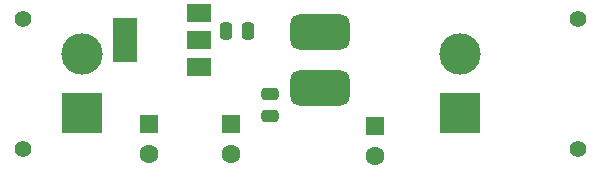
<source format=gbs>
G04 #@! TF.GenerationSoftware,KiCad,Pcbnew,(5.99.0-10682-g4bb4606811)*
G04 #@! TF.CreationDate,2021-06-09T14:52:47+02:00*
G04 #@! TF.ProjectId,xl7005-module,786c3730-3035-42d6-9d6f-64756c652e6b,rev?*
G04 #@! TF.SameCoordinates,Original*
G04 #@! TF.FileFunction,Soldermask,Bot*
G04 #@! TF.FilePolarity,Negative*
%FSLAX46Y46*%
G04 Gerber Fmt 4.6, Leading zero omitted, Abs format (unit mm)*
G04 Created by KiCad (PCBNEW (5.99.0-10682-g4bb4606811)) date 2021-06-09 14:52:47*
%MOMM*%
%LPD*%
G01*
G04 APERTURE LIST*
G04 Aperture macros list*
%AMRoundRect*
0 Rectangle with rounded corners*
0 $1 Rounding radius*
0 $2 $3 $4 $5 $6 $7 $8 $9 X,Y pos of 4 corners*
0 Add a 4 corners polygon primitive as box body*
4,1,4,$2,$3,$4,$5,$6,$7,$8,$9,$2,$3,0*
0 Add four circle primitives for the rounded corners*
1,1,$1+$1,$2,$3*
1,1,$1+$1,$4,$5*
1,1,$1+$1,$6,$7*
1,1,$1+$1,$8,$9*
0 Add four rect primitives between the rounded corners*
20,1,$1+$1,$2,$3,$4,$5,0*
20,1,$1+$1,$4,$5,$6,$7,0*
20,1,$1+$1,$6,$7,$8,$9,0*
20,1,$1+$1,$8,$9,$2,$3,0*%
G04 Aperture macros list end*
%ADD10RoundRect,0.250000X-0.475000X0.250000X-0.475000X-0.250000X0.475000X-0.250000X0.475000X0.250000X0*%
%ADD11RoundRect,0.250000X-0.250000X-0.475000X0.250000X-0.475000X0.250000X0.475000X-0.250000X0.475000X0*%
%ADD12RoundRect,0.750000X1.750000X-0.750000X1.750000X0.750000X-1.750000X0.750000X-1.750000X-0.750000X0*%
%ADD13RoundRect,0.750000X-1.750000X0.750000X-1.750000X-0.750000X1.750000X-0.750000X1.750000X0.750000X0*%
%ADD14C,1.400000*%
%ADD15R,3.500000X3.500000*%
%ADD16C,3.500000*%
%ADD17R,1.600000X1.600000*%
%ADD18C,1.600000*%
%ADD19R,2.000000X1.500000*%
%ADD20R,2.000000X3.800000*%
G04 APERTURE END LIST*
D10*
X150450000Y-68850000D03*
X150450000Y-70750000D03*
D11*
X146700000Y-63550000D03*
X148600000Y-63550000D03*
D12*
X154700000Y-63600000D03*
D13*
X154650000Y-68350000D03*
D14*
X176500000Y-62500000D03*
X176500000Y-73500000D03*
D15*
X166500000Y-70500000D03*
D16*
X166500000Y-65500000D03*
D17*
X140200000Y-71417621D03*
D18*
X140200000Y-73917621D03*
D17*
X159300000Y-71567621D03*
D18*
X159300000Y-74067621D03*
D17*
X147150000Y-71417621D03*
D18*
X147150000Y-73917621D03*
D14*
X129500000Y-73500000D03*
X129500000Y-62500000D03*
D15*
X134500000Y-70500000D03*
D16*
X134500000Y-65500000D03*
D19*
X144450000Y-66600000D03*
X144450000Y-64300000D03*
D20*
X138150000Y-64300000D03*
D19*
X144450000Y-62000000D03*
M02*

</source>
